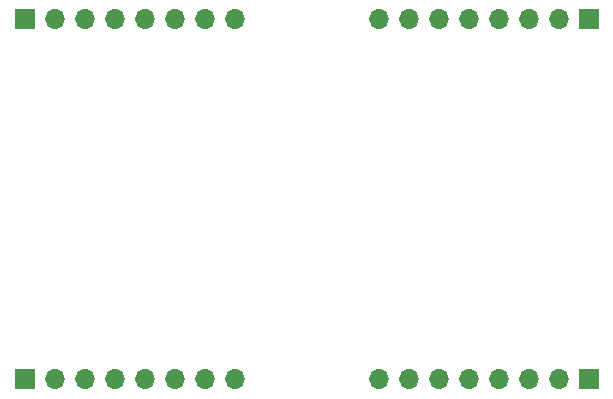
<source format=gbr>
%TF.GenerationSoftware,KiCad,Pcbnew,(5.1.10-1-10_14)*%
%TF.CreationDate,2021-12-18T11:30:40-05:00*%
%TF.ProjectId,Arithmetic,41726974-686d-4657-9469-632e6b696361,rev?*%
%TF.SameCoordinates,Original*%
%TF.FileFunction,Soldermask,Bot*%
%TF.FilePolarity,Negative*%
%FSLAX46Y46*%
G04 Gerber Fmt 4.6, Leading zero omitted, Abs format (unit mm)*
G04 Created by KiCad (PCBNEW (5.1.10-1-10_14)) date 2021-12-18 11:30:40*
%MOMM*%
%LPD*%
G01*
G04 APERTURE LIST*
%ADD10R,1.700000X1.700000*%
%ADD11O,1.700000X1.700000*%
G04 APERTURE END LIST*
D10*
%TO.C,J4*%
X156718000Y-78232000D03*
D11*
X154178000Y-78232000D03*
X151638000Y-78232000D03*
X149098000Y-78232000D03*
X146558000Y-78232000D03*
X144018000Y-78232000D03*
X141478000Y-78232000D03*
X138938000Y-78232000D03*
%TD*%
%TO.C,J3*%
X138938000Y-47752000D03*
X141478000Y-47752000D03*
X144018000Y-47752000D03*
X146558000Y-47752000D03*
X149098000Y-47752000D03*
X151638000Y-47752000D03*
X154178000Y-47752000D03*
D10*
X156718000Y-47752000D03*
%TD*%
D11*
%TO.C,J2*%
X126746000Y-47752000D03*
X124206000Y-47752000D03*
X121666000Y-47752000D03*
X119126000Y-47752000D03*
X116586000Y-47752000D03*
X114046000Y-47752000D03*
X111506000Y-47752000D03*
D10*
X108966000Y-47752000D03*
%TD*%
D11*
%TO.C,J1*%
X126746000Y-78232000D03*
X124206000Y-78232000D03*
X121666000Y-78232000D03*
X119126000Y-78232000D03*
X116586000Y-78232000D03*
X114046000Y-78232000D03*
X111506000Y-78232000D03*
D10*
X108966000Y-78232000D03*
%TD*%
M02*

</source>
